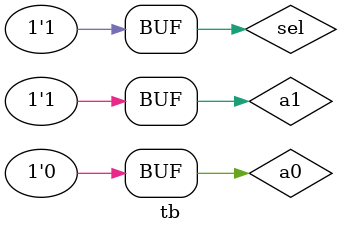
<source format=v>

module mux2to1(a0,a1,sel,y);
  // Input ports: Two data inputs and one select signal
  input wire a0;              // First data input (selected when sel=0)
  input wire a1;              // Second data input (selected when sel=1)
  input wire sel;             // Select signal (1-bit control)
  
  // Output port: Selected data
  output reg y;               // Output: Selected data from a0 or a1
  
  // Combinational logic: Selects input based on select signal
  always@(*)                  // Executes whenever any input changes
    begin
      case(sel)               // Check select signal value
        1'b0: y = a0;         // When sel=0, output = a0
        1'b1: y = a1;         // When sel=1, output = a1
        // Default case not needed for 1-bit select
      endcase
    end
endmodule     


///TEST BENCH:-
module tb;
  reg a0,a1;
  reg sel;
  wire y;
  mux2to1 dut(.a0(a0),.a1(a1),.sel(sel),.y(y));
  initial
    begin
      $monitor($time,"a0=%0b,a1=%0b,sel=%0b,y=%0b",a0,a1,sel,y);
      #10   sel=1'b0;
      a0=1'b1;
      a1=1'b0;
      
      #10   sel=1'b1;
      a0=1'b0;
      a1=1'b1;
    end
  initial
    begin
  $dumpfile("dump.vcd");
  $dumpvars(1);
  end
endmodule

</source>
